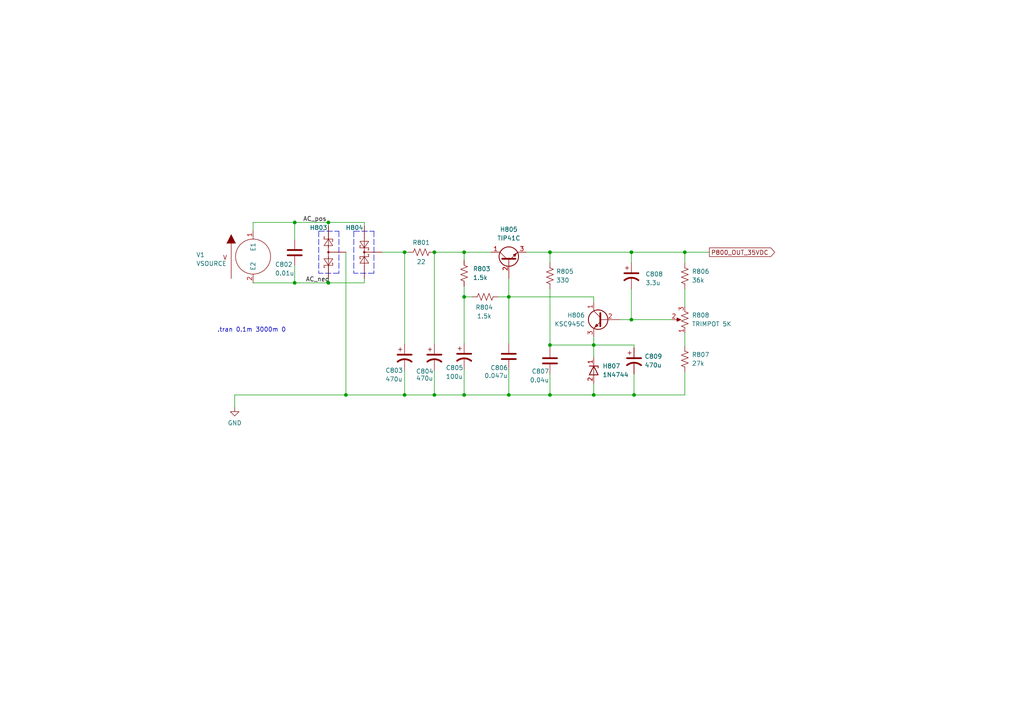
<source format=kicad_sch>
(kicad_sch (version 20211123) (generator eeschema)
  (paper "A4")
  (lib_symbols
    (symbol "Device:C" (pin_numbers hide) (pin_names (offset 0.254))
      (property "Reference" "C" (at 0.635 2.54 0))
      (property "Value" "C" (at 0.635 -2.54 0))
      (symbol "C_0_1"
        (polyline (pts (xy -2.032 -0.762) (xy 2.032 -0.762)) (stroke (width 0.508)))
        (polyline (pts (xy -2.032 0.762) (xy 2.032 0.762)) (stroke (width 0.508)))
      )
      (symbol "C_1_1"
        (pin passive line (at 0 3.81 270) (length 2.794) (name "~") (number "1"))
        (pin passive line (at 0 -3.81 90) (length 2.794) (name "~") (number "2"))
      )
    )
    (symbol "Device:C_Polarized_US" (pin_numbers hide) (pin_names (offset 0.254) hide)
      (property "Reference" "C" (at 0.635 2.54 0))
      (property "Value" "C_Polarized_US" (at 0.635 -2.54 0))
      (symbol "C_Polarized_US_0_1"
        (polyline (pts (xy -2.032 0.762) (xy 2.032 0.762)) (stroke (width 0.508)))
        (polyline (pts (xy -1.778 2.286) (xy -0.762 2.286)))
        (polyline (pts (xy -1.27 1.778) (xy -1.27 2.794)))
        (arc (start 2.032 -1.27) (mid 0 -0.5572) (end -2.032 -1.27) (stroke (width 0.508)))
      )
      (symbol "C_Polarized_US_1_1"
        (pin passive line (at 0 3.81 270) (length 2.794) (name "~") (number "1"))
        (pin passive line (at 0 -3.81 90) (length 3.302) (name "~") (number "2"))
      )
    )
    (symbol "Device:D_Zener" (pin_names (offset 1.016) hide)
      (property "Reference" "D" (at 0 2.54 0))
      (property "Value" "D_Zener" (at 0 -2.54 0))
      (symbol "D_Zener_0_1"
        (polyline (pts (xy 1.27 0) (xy -1.27 0)))
        (polyline (pts (xy -1.27 -1.27) (xy -1.27 1.27) (xy -0.762 1.27)) (stroke (width 0.254)))
        (polyline (pts (xy 1.27 -1.27) (xy 1.27 1.27) (xy -1.27 0) (xy 1.27 -1.27)) (stroke (width 0.254)))
      )
      (symbol "D_Zener_1_1"
        (pin passive line (at -3.81 0 0) (length 2.54) (name "K") (number "1"))
        (pin passive line (at 3.81 0 180) (length 2.54) (name "A") (number "2"))
      )
    )
    (symbol "Device:Q_NPN_CBE" (pin_names (offset 0) hide)
      (property "Reference" "Q" (at 5.08 1.27 0))
      (property "Value" "Q_NPN_CBE" (at 5.08 -1.27 0))
      (symbol "Q_NPN_CBE_0_1"
        (polyline (pts (xy 0.635 0.635) (xy 2.54 2.54)))
        (polyline (pts (xy 0.635 -0.635) (xy 2.54 -2.54) (xy 2.54 -2.54)))
        (polyline (pts (xy 0.635 1.905) (xy 0.635 -1.905) (xy 0.635 -1.905)) (stroke (width 0.508)))
        (polyline (pts (xy 1.27 -1.778) (xy 1.778 -1.27) (xy 2.286 -2.286) (xy 1.27 -1.778) (xy 1.27 -1.778)) (fill (type outline)))
        (circle (center 1.27 0) (radius 2.8194) (stroke (width 0.254)))
      )
      (symbol "Q_NPN_CBE_1_1"
        (pin passive line (at 2.54 5.08 270) (length 2.54) (name "C") (number "1"))
        (pin input line (at -5.08 0 0) (length 5.715) (name "B") (number "2"))
        (pin passive line (at 2.54 -5.08 90) (length 2.54) (name "E") (number "3"))
      )
    )
    (symbol "Device:R_Potentiometer_US" (pin_names (offset 1.016) hide)
      (property "Reference" "RV" (at -4.445 0 90))
      (property "Value" "R_Potentiometer_US" (at -2.54 0 90))
      (symbol "R_Potentiometer_US_0_1"
        (polyline (pts (xy 0 -2.286) (xy 0 -2.54)))
        (polyline (pts (xy 0 2.54) (xy 0 2.286)))
        (polyline (pts (xy 2.54 0) (xy 1.524 0)))
        (polyline (pts (xy 1.143 0) (xy 2.286 0.508) (xy 2.286 -0.508) (xy 1.143 0)) (fill (type outline)))
        (polyline (pts (xy 0 -0.762) (xy 1.016 -1.143) (xy 0 -1.524) (xy -1.016 -1.905) (xy 0 -2.286)))
        (polyline (pts (xy 0 0.762) (xy 1.016 0.381) (xy 0 0) (xy -1.016 -0.381) (xy 0 -0.762)))
        (polyline (pts (xy 0 2.286) (xy 1.016 1.905) (xy 0 1.524) (xy -1.016 1.143) (xy 0 0.762)))
      )
      (symbol "R_Potentiometer_US_1_1"
        (pin passive line (at 0 3.81 270) (length 1.27) (name "1") (number "1"))
        (pin passive line (at 3.81 0 180) (length 1.27) (name "2") (number "2"))
        (pin passive line (at 0 -3.81 90) (length 1.27) (name "3") (number "3"))
      )
    )
    (symbol "Device:R_US" (pin_numbers hide) (pin_names (offset 0))
      (property "Reference" "R" (at 2.54 0 90))
      (property "Value" "R_US" (at -2.54 0 90))
      (symbol "R_US_0_1"
        (polyline (pts (xy 0 -2.286) (xy 0 -2.54)))
        (polyline (pts (xy 0 2.286) (xy 0 2.54)))
        (polyline (pts (xy 0 -0.762) (xy 1.016 -1.143) (xy 0 -1.524) (xy -1.016 -1.905) (xy 0 -2.286)))
        (polyline (pts (xy 0 0.762) (xy 1.016 0.381) (xy 0 0) (xy -1.016 -0.381) (xy 0 -0.762)))
        (polyline (pts (xy 0 2.286) (xy 1.016 1.905) (xy 0 1.524) (xy -1.016 1.143) (xy 0 0.762)))
      )
      (symbol "R_US_1_1"
        (pin passive line (at 0 3.81 270) (length 1.27) (name "~") (number "1"))
        (pin passive line (at 0 -3.81 90) (length 1.27) (name "~") (number "2"))
      )
    )
    (symbol "P800:MBRF10150CT" (pin_numbers hide)
      (property "Reference" "D" (at 0.635 -3.81 0))
      (property "Value" "MBRF10150CT" (at -6.35 3.175 0))
      (symbol "MBRF10150CT_0_1"
        (polyline (pts (xy -1.905 0) (xy 1.905 0)))
        (polyline (pts (xy -1.905 1.27) (xy -1.905 1.016)))
        (polyline (pts (xy -1.27 -1.27) (xy -0.635 -1.27)))
        (polyline (pts (xy -1.27 0) (xy -3.81 0)))
        (polyline (pts (xy -1.27 1.27) (xy -1.905 1.27)))
        (polyline (pts (xy -1.27 1.27) (xy -1.27 -1.27)))
        (polyline (pts (xy -0.635 -1.27) (xy -0.635 -1.016)))
        (polyline (pts (xy 0.635 -1.27) (xy 0.635 -1.016)))
        (polyline (pts (xy 1.27 -1.27) (xy 0.635 -1.27)))
        (polyline (pts (xy 1.27 1.27) (xy 1.27 -1.27)))
        (polyline (pts (xy 1.27 1.27) (xy 1.905 1.27)))
        (polyline (pts (xy 1.905 1.27) (xy 1.905 1.016)))
        (polyline (pts (xy 3.81 0) (xy 1.27 0)))
        (polyline (pts (xy -3.175 -1.27) (xy -3.175 1.27) (xy -1.27 0) (xy -3.175 -1.27)))
        (polyline (pts (xy 3.175 -1.27) (xy 3.175 1.27) (xy 1.27 0) (xy 3.175 -1.27)))
        (circle (center 0 0) (radius 0.254) (fill (type outline)))
      )
      (symbol "MBRF10150CT_1_1"
        (pin passive line (at -7.62 0 0) (length 3.81) (name "~") (number "1"))
        (pin passive line (at 0 -5.08 90) (length 5.08) (name "~") (number "2"))
        (pin passive line (at 7.62 0 180) (length 3.81) (name "~") (number "3"))
      )
    )
    (symbol "P800:MBRF10150CTR" (pin_numbers hide)
      (property "Reference" "D" (at 0.635 -3.81 0))
      (property "Value" "MBRF10150CTR" (at -6.35 3.175 0))
      (symbol "MBRF10150CTR_0_1"
        (polyline (pts (xy -4.445 1.27) (xy -4.445 1.016)))
        (polyline (pts (xy -3.81 -1.27) (xy -3.81 1.27)))
        (polyline (pts (xy -3.81 -1.27) (xy -3.175 -1.27)))
        (polyline (pts (xy -3.81 0) (xy -1.27 0)))
        (polyline (pts (xy -3.81 1.27) (xy -4.445 1.27)))
        (polyline (pts (xy -3.175 -1.27) (xy -3.175 -1.016)))
        (polyline (pts (xy -1.905 0) (xy 1.905 0)))
        (polyline (pts (xy 1.27 0) (xy 3.81 0)))
        (polyline (pts (xy 3.175 -1.27) (xy 3.175 -1.016)))
        (polyline (pts (xy 3.81 -1.27) (xy 3.175 -1.27)))
        (polyline (pts (xy 3.81 -1.27) (xy 3.81 1.27)))
        (polyline (pts (xy 3.81 1.27) (xy 4.445 1.27)))
        (polyline (pts (xy 4.445 1.27) (xy 4.445 1.016)))
        (polyline (pts (xy -1.905 1.27) (xy -1.905 -1.27) (xy -3.81 0) (xy -1.905 1.27)))
        (polyline (pts (xy 1.905 1.27) (xy 1.905 -1.27) (xy 3.81 0) (xy 1.905 1.27)))
        (circle (center 0 0) (radius 0.254) (fill (type outline)))
      )
      (symbol "MBRF10150CTR_1_1"
        (pin passive line (at -7.62 0 0) (length 3.81) (name "~") (number "1"))
        (pin passive line (at 0 -5.08 90) (length 5.08) (name "~") (number "2"))
        (pin passive line (at 7.62 0 180) (length 3.81) (name "~") (number "3"))
      )
    )
    (symbol "power:GND" (power) (pin_names (offset 0))
      (property "Value" "GND" (at 0 -3.81 0))
      (symbol "GND_0_1"
        (polyline (pts (xy 0 0) (xy 0 -1.27) (xy 1.27 -1.27) (xy 0 -2.54) (xy -1.27 -1.27) (xy 0 -1.27)))
      )
      (symbol "GND_1_1"
        (pin power_in line (at 0 0 270) (length 0) hide (name "GND") (number "1"))
      )
    )
    (symbol "pspice:VSOURCE" (pin_names (offset 1.016))
      (property "Reference" "V" (at -6.35 7.62 0))
      (property "Value" "VSOURCE" (at 0 0 0))
      (symbol "VSOURCE_0_1"
        (polyline (pts (xy -6.35 -6.35) (xy -6.35 3.81)) (fill (type outline)))
        (polyline (pts (xy -7.62 3.81) (xy -6.35 6.35) (xy -5.08 3.81)) (fill (type outline)))
        (circle (center 0 0) (radius 5.08))
        (text "V" (at -8.128 -0.254 0) (effects (font (size 1.27 1.27))))
      )
      (symbol "VSOURCE_1_1"
        (pin input line (at 0 7.62 270) (length 2.54) (name "E1") (number "1"))
        (pin input line (at 0 -7.62 90) (length 2.54) (name "E2") (number "2"))
      )
    )
  )
  (junction (at 95.25 64.516))
  (junction (at 159.512 73.152))
  (junction (at 159.512 100.076))
  (junction (at 85.471 64.516))
  (junction (at 95.25 82.042))
  (junction (at 198.628 73.152))
  (junction (at 183.134 73.152))
  (junction (at 172.212 100.076))
  (junction (at 134.62 86.106))
  (junction (at 117.348 73.152))
  (junction (at 183.896 114.554))
  (junction (at 134.62 114.554))
  (junction (at 134.62 73.152))
  (junction (at 125.984 73.152))
  (junction (at 85.471 82.042))
  (junction (at 147.574 114.554))
  (junction (at 147.574 86.106))
  (junction (at 117.348 114.554))
  (junction (at 100.33 114.554))
  (junction (at 183.134 92.71))
  (junction (at 125.984 114.554))
  (junction (at 172.212 114.554))
  (junction (at 159.512 114.554))
  (wire (pts (xy 73.406 82.042) (xy 85.471 82.042)))
  (wire (pts (xy 95.25 64.516) (xy 105.664 64.516)))
  (wire (pts (xy 105.664 80.772) (xy 105.664 82.042)))
  (wire (pts (xy 95.25 80.772) (xy 95.25 82.042)))
  (wire (pts (xy 198.628 73.152) (xy 205.74 73.152)))
  (wire (pts (xy 125.984 107.442) (xy 125.984 114.554)))
  (wire (pts (xy 179.832 92.71) (xy 183.134 92.71)))
  (wire (pts (xy 147.574 107.188) (xy 147.574 114.554)))
  (wire (pts (xy 159.512 73.152) (xy 159.512 76.2)))
  (wire (pts (xy 142.494 73.152) (xy 134.62 73.152)))
  (polyline (pts (xy 92.456 67.056) (xy 92.456 79.248)))
  (wire (pts (xy 134.62 107.188) (xy 134.62 114.554)))
  (wire (pts (xy 85.471 64.516) (xy 95.25 64.516)))
  (wire (pts (xy 159.512 73.152) (xy 183.134 73.152)))
  (wire (pts (xy 134.62 86.106) (xy 134.62 99.568)))
  (polyline (pts (xy 98.298 67.056) (xy 98.298 79.248)))
  (wire (pts (xy 183.896 100.076) (xy 183.896 100.838)))
  (wire (pts (xy 198.628 107.95) (xy 198.628 114.554)))
  (polyline (pts (xy 98.298 79.248) (xy 92.456 79.248)))
  (wire (pts (xy 172.212 100.076) (xy 172.212 103.632)))
  (wire (pts (xy 134.62 73.152) (xy 125.984 73.152)))
  (wire (pts (xy 159.512 83.82) (xy 159.512 100.076)))
  (wire (pts (xy 85.471 77.089) (xy 85.471 82.042)))
  (wire (pts (xy 147.574 86.106) (xy 147.574 99.568)))
  (wire (pts (xy 117.348 107.442) (xy 117.348 114.554)))
  (wire (pts (xy 95.25 82.042) (xy 105.664 82.042)))
  (wire (pts (xy 85.471 69.469) (xy 85.471 64.516)))
  (wire (pts (xy 100.33 114.554) (xy 117.348 114.554)))
  (wire (pts (xy 85.471 82.042) (xy 95.25 82.042)))
  (wire (pts (xy 147.574 86.106) (xy 172.212 86.106)))
  (wire (pts (xy 172.212 86.106) (xy 172.212 87.63)))
  (wire (pts (xy 159.512 108.458) (xy 159.512 114.554)))
  (wire (pts (xy 172.212 100.076) (xy 183.896 100.076)))
  (polyline (pts (xy 92.456 67.056) (xy 98.298 67.056)))
  (wire (pts (xy 68.072 114.554) (xy 100.33 114.554)))
  (wire (pts (xy 183.134 73.152) (xy 183.134 76.2)))
  (wire (pts (xy 183.134 73.152) (xy 198.628 73.152)))
  (polyline (pts (xy 108.458 79.248) (xy 102.616 79.248)))
  (wire (pts (xy 73.406 64.516) (xy 85.471 64.516)))
  (wire (pts (xy 100.33 73.152) (xy 100.33 114.554)))
  (wire (pts (xy 172.212 97.79) (xy 172.212 100.076)))
  (wire (pts (xy 159.512 100.076) (xy 159.512 100.838)))
  (wire (pts (xy 73.406 64.516) (xy 73.406 66.802)))
  (polyline (pts (xy 102.616 67.056) (xy 108.458 67.056)))
  (wire (pts (xy 183.896 114.554) (xy 172.212 114.554)))
  (wire (pts (xy 198.628 96.52) (xy 198.628 100.33)))
  (wire (pts (xy 152.654 73.152) (xy 159.512 73.152)))
  (wire (pts (xy 147.574 80.772) (xy 147.574 86.106)))
  (wire (pts (xy 117.348 73.152) (xy 118.364 73.152)))
  (wire (pts (xy 95.25 65.532) (xy 95.25 64.516)))
  (polyline (pts (xy 108.458 67.056) (xy 108.458 79.248)))
  (wire (pts (xy 117.348 73.152) (xy 110.744 73.152)))
  (wire (pts (xy 125.984 73.152) (xy 125.984 99.822)))
  (wire (pts (xy 117.348 73.152) (xy 117.348 99.822)))
  (wire (pts (xy 68.072 118.11) (xy 68.072 114.554)))
  (wire (pts (xy 172.212 114.554) (xy 159.512 114.554)))
  (wire (pts (xy 134.62 86.106) (xy 136.906 86.106)))
  (wire (pts (xy 159.512 114.554) (xy 147.574 114.554)))
  (wire (pts (xy 105.664 65.532) (xy 105.664 64.516)))
  (wire (pts (xy 159.512 100.076) (xy 172.212 100.076)))
  (wire (pts (xy 183.134 92.71) (xy 183.134 83.82)))
  (wire (pts (xy 147.574 86.106) (xy 144.526 86.106)))
  (wire (pts (xy 134.62 73.152) (xy 134.62 75.438)))
  (wire (pts (xy 134.62 83.058) (xy 134.62 86.106)))
  (wire (pts (xy 198.628 114.554) (xy 183.896 114.554)))
  (wire (pts (xy 147.574 114.554) (xy 134.62 114.554)))
  (polyline (pts (xy 102.616 67.056) (xy 102.616 79.248)))
  (wire (pts (xy 183.896 108.458) (xy 183.896 114.554)))
  (wire (pts (xy 172.212 111.252) (xy 172.212 114.554)))
  (wire (pts (xy 125.984 114.554) (xy 117.348 114.554)))
  (wire (pts (xy 183.134 92.71) (xy 194.818 92.71)))
  (wire (pts (xy 134.62 114.554) (xy 125.984 114.554)))
  (wire (pts (xy 198.628 83.82) (xy 198.628 88.9)))
  (wire (pts (xy 198.628 73.152) (xy 198.628 76.2)))
  (text ".tran 0.1m 3000m 0" (at 62.992 96.52 0) (effects (font (size 1.27 1.27)) (justify left bottom)))
  (label "AC_pos" (at 87.884 64.516 0))
  (label "AC_neg" (at 88.646 82.042 0))
  (global_label "P800_OUT_35VDC" (shape output) (at 205.74 73.152 0) (property "Intersheet References" "${INTERSHEET_REFS}" (effects hide)))
  (symbol (lib_id "Device:Q_NPN_CBE") (at 174.752 92.71 0) (mirror y) (unit 1)
    (property "Reference" "H806" (at 169.672 91.4399 0) (effects (justify left)))
    (property "Value" "KSC945C" (at 169.672 93.9799 0) (effects (justify left)))
    (property "Spice_Primitive" "Q" (effects hide))
    (property "Spice_Model" "KSC945" (effects hide))
    (property "Spice_Netlist_Enabled" "Y" (effects hide))
    (property "Spice_Lib_File" "models/spice/QKSC945.lib" (effects hide))
  )
  (symbol (lib_id "Device:C_Polarized_US") (at 134.62 103.378 0) (unit 1)
    (property "Reference" "C805" (at 129.286 106.68 0) (effects (justify left)))
    (property "Value" "100u" (at 129.286 109.22 0) (effects (justify left)))
  )
  (symbol (lib_id "Device:C_Polarized_US") (at 125.984 103.632 0) (unit 1)
    (property "Reference" "C804" (at 120.65 107.696 0) (effects (justify left)))
    (property "Value" "470u" (at 120.65 109.728 0) (effects (justify left)))
  )
  (symbol (lib_id "Device:R_US") (at 198.628 80.01 180) (unit 1)
    (property "Reference" "R806" (at 200.66 78.7399 0) (effects (justify right)))
    (property "Value" "36k" (at 200.66 81.2799 0) (effects (justify right)))
  )
  (symbol (lib_id "Device:C_Polarized_US") (at 183.134 80.01 0) (unit 1)
    (property "Reference" "C808" (at 187.198 79.502 0) (effects (justify left)))
    (property "Value" "3.3u" (at 187.198 82.042 0) (effects (justify left)))
  )
  (symbol (lib_id "Device:C_Polarized_US") (at 183.896 104.648 0) (unit 1)
    (property "Reference" "C809" (at 186.944 103.378 0) (effects (justify left)))
    (property "Value" "470u" (at 186.944 105.918 0) (effects (justify left)))
  )
  (symbol (lib_id "Device:Q_NPN_CBE") (at 147.574 75.692 90) (unit 1)
    (property "Reference" "H805" (at 147.574 66.548 90))
    (property "Value" "TIP41C" (at 147.574 69.088 90))
    (property "Spice_Primitive" "Q" (effects hide))
    (property "Spice_Model" "TIP41C" (effects hide))
    (property "Spice_Netlist_Enabled" "Y" (effects hide))
    (property "Spice_Lib_File" "models/spice/QTIP41C.lib" (effects hide))
  )
  (symbol (lib_id "P800:MBRF10150CTR") (at 95.25 73.152 90) (unit 1)
    (property "Reference" "H803" (at 94.996 66.04 90) (effects (justify left)))
    (property "Value" "MBRF10150CTR" (effects hide))
    (property "Footprint" "Package_TO_SOT_THT:TO-220-3_Vertical" (effects hide))
    (property "Datasheet" "https://www.smc-diodes.com/propdf/MBRF10150CT(CTR)%20N0837%20REV.B.pdf" (effects hide))
    (property "Spice_Primitive" "X" (effects hide))
    (property "Spice_Model" "DIODE_PAIR_CA" (effects hide))
    (property "Spice_Netlist_Enabled" "Y" (effects hide))
    (property "Spice_Lib_File" "models/spice/DMBRF10150CT.lib" (effects hide))
  )
  (symbol (lib_id "P800:MBRF10150CT") (at 105.664 73.152 90) (unit 1)
    (property "Reference" "H804" (at 105.41 66.04 90) (effects (justify left)))
    (property "Value" "MBRF10150CT" (effects hide))
    (property "Footprint" "Package_TO_SOT_THT:TO-220-3_Vertical" (effects hide))
    (property "Datasheet" "https://www.smc-diodes.com/propdf/MBRF10150CT(CTR)%20N0837%20REV.B.pdf" (effects hide))
    (property "Spice_Primitive" "X" (effects hide))
    (property "Spice_Model" "DIODE_PAIR_CC" (effects hide))
    (property "Spice_Netlist_Enabled" "Y" (effects hide))
    (property "Spice_Lib_File" "models/spice/DMBRF10150CT.lib" (effects hide))
  )
  (symbol (lib_id "Device:D_Zener") (at 172.212 107.442 270) (unit 1)
    (property "Reference" "H807" (at 174.752 106.1719 90) (effects (justify left)))
    (property "Value" "1N4744" (at 174.752 108.7119 90) (effects (justify left)))
    (property "Spice_Primitive" "D" (effects hide))
    (property "Spice_Model" "D1N4744A" (effects hide))
    (property "Spice_Netlist_Enabled" "Y" (effects hide))
    (property "Spice_Node_Sequence" "2 1" (effects hide))
    (property "Spice_Lib_File" "models/spice/D1N4744A.lib" (effects hide))
  )
  (symbol (lib_id "Device:C") (at 147.574 103.378 0) (unit 1)
    (property "Reference" "C806" (at 142.24 106.68 0) (effects (justify left)))
    (property "Value" "0.047u" (at 140.462 108.966 0) (effects (justify left)))
  )
  (symbol (lib_id "Device:C_Polarized_US") (at 117.348 103.632 0) (unit 1)
    (property "Reference" "C803" (at 111.76 107.442 0) (effects (justify left)))
    (property "Value" "470u" (at 111.76 109.982 0) (effects (justify left)))
  )
  (symbol (lib_id "Device:R_Potentiometer_US") (at 198.628 92.71 180) (unit 1)
    (property "Reference" "R808" (at 200.66 91.4399 0) (effects (justify right)))
    (property "Value" "TRIMPOT 5K" (at 200.66 93.9799 0) (effects (justify right)))
    (property "Spice_Primitive" "X" (effects hide))
    (property "Spice_Model" "LINEAR_POTENTIOMETER POT_VAL=10k SET=0.85" (effects hide))
    (property "Spice_Netlist_Enabled" "Y" (effects hide))
    (property "Spice_Lib_File" "models/spice/linear_potentiometer.lib" (effects hide))
  )
  (symbol (lib_id "Device:C") (at 159.512 104.648 0) (unit 1)
    (property "Reference" "C807" (at 154.178 107.696 0) (effects (justify left)))
    (property "Value" "0.04u" (at 153.67 110.236 0) (effects (justify left)))
  )
  (symbol (lib_id "Device:C") (at 85.471 73.279 0) (unit 1)
    (property "Reference" "C802" (at 79.756 76.708 0) (effects (justify left)))
    (property "Value" "0.01u" (at 79.756 79.248 0) (effects (justify left)))
  )
  (symbol (lib_id "Device:R_US") (at 140.716 86.106 270) (unit 1)
    (property "Reference" "R804" (at 140.462 89.154 90))
    (property "Value" "1.5k" (at 140.462 91.694 90))
  )
  (symbol (lib_id "Device:R_US") (at 159.512 80.01 180) (unit 1)
    (property "Reference" "R805" (at 161.29 78.7399 0) (effects (justify right)))
    (property "Value" "330" (at 161.29 81.2799 0) (effects (justify right)))
  )
  (symbol (lib_id "pspice:VSOURCE") (at 73.406 74.422 0) (unit 1)
    (property "Reference" "V1" (at 56.896 73.914 0) (effects (justify left)))
    (property "Value" "VSOURCE" (at 56.896 76.454 0) (effects (justify left)))
    (property "Spice_Primitive" "V" (effects hide))
    (property "Spice_Netlist_Enabled" "Y" (effects hide))
    (property "Spice_Model" "sin(0 52.3 60)" (effects hide))
  )
  (symbol (lib_id "Device:R_US") (at 122.174 73.152 90) (unit 1)
    (property "Reference" "R801" (at 122.174 70.358 90))
    (property "Value" "22" (at 122.174 75.946 90))
  )
  (symbol (lib_id "Device:R_US") (at 198.628 104.14 180) (unit 1)
    (property "Reference" "R807" (at 200.66 102.8699 0) (effects (justify right)))
    (property "Value" "27k" (at 200.66 105.4099 0) (effects (justify right)))
  )
  (symbol (lib_id "power:GND") (at 68.072 118.11 0) (unit 1)
    (property "Reference" "#PWR01" (effects hide))
    (property "Value" "GND" (at 68.072 122.682 0))
  )
  (symbol (lib_id "Device:R_US") (at 134.62 79.248 180) (unit 1)
    (property "Reference" "R803" (at 137.16 77.9779 0) (effects (justify right)))
    (property "Value" "1.5k" (at 137.16 80.5179 0) (effects (justify right)))
  )
)
</source>
